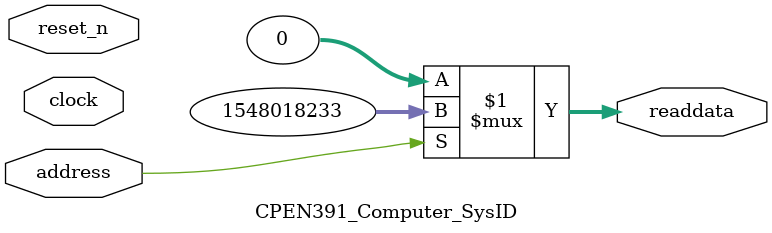
<source format=v>



// synthesis translate_off
`timescale 1ns / 1ps
// synthesis translate_on

// turn off superfluous verilog processor warnings 
// altera message_level Level1 
// altera message_off 10034 10035 10036 10037 10230 10240 10030 

module CPEN391_Computer_SysID (
               // inputs:
                address,
                clock,
                reset_n,

               // outputs:
                readdata
             )
;

  output  [ 31: 0] readdata;
  input            address;
  input            clock;
  input            reset_n;

  wire    [ 31: 0] readdata;
  //control_slave, which is an e_avalon_slave
  assign readdata = address ? 1548018233 : 0;

endmodule



</source>
